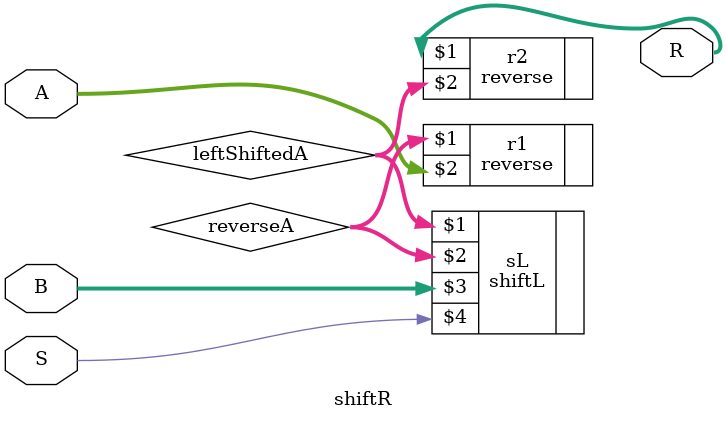
<source format=v>
module shiftR(R, A, B,S);

input [31:0]  A;  
input [31:0]  B; 
input S; 
output [31:0] R;

wire [31:0] reverseA,leftShiftedA;

reverse r1(reverseA,A);
shiftL sL(leftShiftedA,reverseA,B,S);
reverse r2(R,leftShiftedA);

endmodule
</source>
